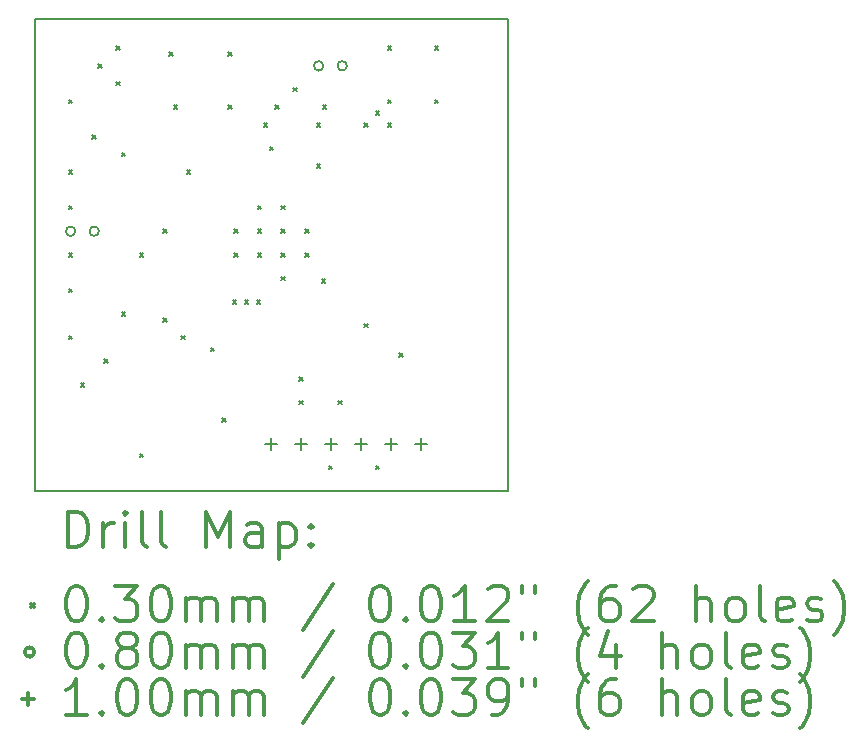
<source format=gbr>
%FSLAX45Y45*%
G04 Gerber Fmt 4.5, Leading zero omitted, Abs format (unit mm)*
G04 Created by KiCad (PCBNEW (5.0.2)-1) date 30/01/2019 15:40:04*
%MOMM*%
%LPD*%
G01*
G04 APERTURE LIST*
%ADD10C,0.150000*%
%ADD11C,0.200000*%
%ADD12C,0.300000*%
G04 APERTURE END LIST*
D10*
X2000000Y-6000000D02*
X2000000Y-2000000D01*
X6000000Y-6000000D02*
X2000000Y-6000000D01*
X6000000Y-2000000D02*
X6000000Y-6000000D01*
X2000000Y-2000000D02*
X6000000Y-2000000D01*
D11*
X2285000Y-2685000D02*
X2315000Y-2715000D01*
X2315000Y-2685000D02*
X2285000Y-2715000D01*
X2285000Y-3285000D02*
X2315000Y-3315000D01*
X2315000Y-3285000D02*
X2285000Y-3315000D01*
X2285000Y-3585000D02*
X2315000Y-3615000D01*
X2315000Y-3585000D02*
X2285000Y-3615000D01*
X2285000Y-3985000D02*
X2315000Y-4015000D01*
X2315000Y-3985000D02*
X2285000Y-4015000D01*
X2285000Y-4285000D02*
X2315000Y-4315000D01*
X2315000Y-4285000D02*
X2285000Y-4315000D01*
X2285000Y-4685000D02*
X2315000Y-4715000D01*
X2315000Y-4685000D02*
X2285000Y-4715000D01*
X2385000Y-5085000D02*
X2415000Y-5115000D01*
X2415000Y-5085000D02*
X2385000Y-5115000D01*
X2485000Y-2985000D02*
X2515000Y-3015000D01*
X2515000Y-2985000D02*
X2485000Y-3015000D01*
X2535000Y-2385000D02*
X2565000Y-2415000D01*
X2565000Y-2385000D02*
X2535000Y-2415000D01*
X2585000Y-4885000D02*
X2615000Y-4915000D01*
X2615000Y-4885000D02*
X2585000Y-4915000D01*
X2685000Y-2235000D02*
X2715000Y-2265000D01*
X2715000Y-2235000D02*
X2685000Y-2265000D01*
X2685000Y-2535000D02*
X2715000Y-2565000D01*
X2715000Y-2535000D02*
X2685000Y-2565000D01*
X2735000Y-3135000D02*
X2765000Y-3165000D01*
X2765000Y-3135000D02*
X2735000Y-3165000D01*
X2735000Y-4485000D02*
X2765000Y-4515000D01*
X2765000Y-4485000D02*
X2735000Y-4515000D01*
X2885000Y-3985000D02*
X2915000Y-4015000D01*
X2915000Y-3985000D02*
X2885000Y-4015000D01*
X2885000Y-5685000D02*
X2915000Y-5715000D01*
X2915000Y-5685000D02*
X2885000Y-5715000D01*
X3085000Y-3785000D02*
X3115000Y-3815000D01*
X3115000Y-3785000D02*
X3085000Y-3815000D01*
X3085000Y-4535000D02*
X3115000Y-4565000D01*
X3115000Y-4535000D02*
X3085000Y-4565000D01*
X3135000Y-2285000D02*
X3165000Y-2315000D01*
X3165000Y-2285000D02*
X3135000Y-2315000D01*
X3175000Y-2735000D02*
X3205000Y-2765000D01*
X3205000Y-2735000D02*
X3175000Y-2765000D01*
X3235000Y-4685000D02*
X3265000Y-4715000D01*
X3265000Y-4685000D02*
X3235000Y-4715000D01*
X3285000Y-3285000D02*
X3315000Y-3315000D01*
X3315000Y-3285000D02*
X3285000Y-3315000D01*
X3485000Y-4785000D02*
X3515000Y-4815000D01*
X3515000Y-4785000D02*
X3485000Y-4815000D01*
X3585000Y-5385000D02*
X3615000Y-5415000D01*
X3615000Y-5385000D02*
X3585000Y-5415000D01*
X3635000Y-2285000D02*
X3665000Y-2315000D01*
X3665000Y-2285000D02*
X3635000Y-2315000D01*
X3635000Y-2735000D02*
X3665000Y-2765000D01*
X3665000Y-2735000D02*
X3635000Y-2765000D01*
X3675000Y-4385000D02*
X3705000Y-4415000D01*
X3705000Y-4385000D02*
X3675000Y-4415000D01*
X3685000Y-3785000D02*
X3715000Y-3815000D01*
X3715000Y-3785000D02*
X3685000Y-3815000D01*
X3685000Y-3985000D02*
X3715000Y-4015000D01*
X3715000Y-3985000D02*
X3685000Y-4015000D01*
X3775000Y-4385000D02*
X3805000Y-4415000D01*
X3805000Y-4385000D02*
X3775000Y-4415000D01*
X3875000Y-4385000D02*
X3905000Y-4415000D01*
X3905000Y-4385000D02*
X3875000Y-4415000D01*
X3885000Y-3585000D02*
X3915000Y-3615000D01*
X3915000Y-3585000D02*
X3885000Y-3615000D01*
X3885000Y-3785000D02*
X3915000Y-3815000D01*
X3915000Y-3785000D02*
X3885000Y-3815000D01*
X3885000Y-3985000D02*
X3915000Y-4015000D01*
X3915000Y-3985000D02*
X3885000Y-4015000D01*
X3935000Y-2885000D02*
X3965000Y-2915000D01*
X3965000Y-2885000D02*
X3935000Y-2915000D01*
X3985000Y-3085000D02*
X4015000Y-3115000D01*
X4015000Y-3085000D02*
X3985000Y-3115000D01*
X4035000Y-2735000D02*
X4065000Y-2765000D01*
X4065000Y-2735000D02*
X4035000Y-2765000D01*
X4085000Y-3585000D02*
X4115000Y-3615000D01*
X4115000Y-3585000D02*
X4085000Y-3615000D01*
X4085000Y-3785000D02*
X4115000Y-3815000D01*
X4115000Y-3785000D02*
X4085000Y-3815000D01*
X4085000Y-3985000D02*
X4115000Y-4015000D01*
X4115000Y-3985000D02*
X4085000Y-4015000D01*
X4085000Y-4185000D02*
X4115000Y-4215000D01*
X4115000Y-4185000D02*
X4085000Y-4215000D01*
X4185000Y-2585000D02*
X4215000Y-2615000D01*
X4215000Y-2585000D02*
X4185000Y-2615000D01*
X4235000Y-5035000D02*
X4265000Y-5065000D01*
X4265000Y-5035000D02*
X4235000Y-5065000D01*
X4235000Y-5235000D02*
X4265000Y-5265000D01*
X4265000Y-5235000D02*
X4235000Y-5265000D01*
X4285000Y-3785000D02*
X4315000Y-3815000D01*
X4315000Y-3785000D02*
X4285000Y-3815000D01*
X4285000Y-3985000D02*
X4315000Y-4015000D01*
X4315000Y-3985000D02*
X4285000Y-4015000D01*
X4385000Y-2885000D02*
X4415000Y-2915000D01*
X4415000Y-2885000D02*
X4385000Y-2915000D01*
X4385000Y-3235000D02*
X4415000Y-3265000D01*
X4415000Y-3235000D02*
X4385000Y-3265000D01*
X4425000Y-4205000D02*
X4455000Y-4235000D01*
X4455000Y-4205000D02*
X4425000Y-4235000D01*
X4435000Y-2735000D02*
X4465000Y-2765000D01*
X4465000Y-2735000D02*
X4435000Y-2765000D01*
X4485000Y-5785000D02*
X4515000Y-5815000D01*
X4515000Y-5785000D02*
X4485000Y-5815000D01*
X4565000Y-5235000D02*
X4595000Y-5265000D01*
X4595000Y-5235000D02*
X4565000Y-5265000D01*
X4785000Y-2885000D02*
X4815000Y-2915000D01*
X4815000Y-2885000D02*
X4785000Y-2915000D01*
X4785000Y-4585000D02*
X4815000Y-4615000D01*
X4815000Y-4585000D02*
X4785000Y-4615000D01*
X4885000Y-2785000D02*
X4915000Y-2815000D01*
X4915000Y-2785000D02*
X4885000Y-2815000D01*
X4885000Y-5785000D02*
X4915000Y-5815000D01*
X4915000Y-5785000D02*
X4885000Y-5815000D01*
X4985000Y-2235000D02*
X5015000Y-2265000D01*
X5015000Y-2235000D02*
X4985000Y-2265000D01*
X4985000Y-2685000D02*
X5015000Y-2715000D01*
X5015000Y-2685000D02*
X4985000Y-2715000D01*
X4985000Y-2885000D02*
X5015000Y-2915000D01*
X5015000Y-2885000D02*
X4985000Y-2915000D01*
X5085000Y-4835000D02*
X5115000Y-4865000D01*
X5115000Y-4835000D02*
X5085000Y-4865000D01*
X5385000Y-2235000D02*
X5415000Y-2265000D01*
X5415000Y-2235000D02*
X5385000Y-2265000D01*
X5385000Y-2685000D02*
X5415000Y-2715000D01*
X5415000Y-2685000D02*
X5385000Y-2715000D01*
X2340000Y-3800000D02*
G75*
G03X2340000Y-3800000I-40000J0D01*
G01*
X2540000Y-3800000D02*
G75*
G03X2540000Y-3800000I-40000J0D01*
G01*
X4440000Y-2400000D02*
G75*
G03X4440000Y-2400000I-40000J0D01*
G01*
X4640000Y-2400000D02*
G75*
G03X4640000Y-2400000I-40000J0D01*
G01*
X4000000Y-5550000D02*
X4000000Y-5650000D01*
X3950000Y-5600000D02*
X4050000Y-5600000D01*
X4254000Y-5550000D02*
X4254000Y-5650000D01*
X4204000Y-5600000D02*
X4304000Y-5600000D01*
X4508000Y-5550000D02*
X4508000Y-5650000D01*
X4458000Y-5600000D02*
X4558000Y-5600000D01*
X4762000Y-5550000D02*
X4762000Y-5650000D01*
X4712000Y-5600000D02*
X4812000Y-5600000D01*
X5016000Y-5550000D02*
X5016000Y-5650000D01*
X4966000Y-5600000D02*
X5066000Y-5600000D01*
X5270000Y-5550000D02*
X5270000Y-5650000D01*
X5220000Y-5600000D02*
X5320000Y-5600000D01*
D12*
X2278928Y-6473214D02*
X2278928Y-6173214D01*
X2350357Y-6173214D01*
X2393214Y-6187500D01*
X2421786Y-6216071D01*
X2436071Y-6244643D01*
X2450357Y-6301786D01*
X2450357Y-6344643D01*
X2436071Y-6401786D01*
X2421786Y-6430357D01*
X2393214Y-6458929D01*
X2350357Y-6473214D01*
X2278928Y-6473214D01*
X2578928Y-6473214D02*
X2578928Y-6273214D01*
X2578928Y-6330357D02*
X2593214Y-6301786D01*
X2607500Y-6287500D01*
X2636071Y-6273214D01*
X2664643Y-6273214D01*
X2764643Y-6473214D02*
X2764643Y-6273214D01*
X2764643Y-6173214D02*
X2750357Y-6187500D01*
X2764643Y-6201786D01*
X2778928Y-6187500D01*
X2764643Y-6173214D01*
X2764643Y-6201786D01*
X2950357Y-6473214D02*
X2921786Y-6458929D01*
X2907500Y-6430357D01*
X2907500Y-6173214D01*
X3107500Y-6473214D02*
X3078928Y-6458929D01*
X3064643Y-6430357D01*
X3064643Y-6173214D01*
X3450357Y-6473214D02*
X3450357Y-6173214D01*
X3550357Y-6387500D01*
X3650357Y-6173214D01*
X3650357Y-6473214D01*
X3921786Y-6473214D02*
X3921786Y-6316071D01*
X3907500Y-6287500D01*
X3878928Y-6273214D01*
X3821786Y-6273214D01*
X3793214Y-6287500D01*
X3921786Y-6458929D02*
X3893214Y-6473214D01*
X3821786Y-6473214D01*
X3793214Y-6458929D01*
X3778928Y-6430357D01*
X3778928Y-6401786D01*
X3793214Y-6373214D01*
X3821786Y-6358929D01*
X3893214Y-6358929D01*
X3921786Y-6344643D01*
X4064643Y-6273214D02*
X4064643Y-6573214D01*
X4064643Y-6287500D02*
X4093214Y-6273214D01*
X4150357Y-6273214D01*
X4178928Y-6287500D01*
X4193214Y-6301786D01*
X4207500Y-6330357D01*
X4207500Y-6416071D01*
X4193214Y-6444643D01*
X4178928Y-6458929D01*
X4150357Y-6473214D01*
X4093214Y-6473214D01*
X4064643Y-6458929D01*
X4336071Y-6444643D02*
X4350357Y-6458929D01*
X4336071Y-6473214D01*
X4321786Y-6458929D01*
X4336071Y-6444643D01*
X4336071Y-6473214D01*
X4336071Y-6287500D02*
X4350357Y-6301786D01*
X4336071Y-6316071D01*
X4321786Y-6301786D01*
X4336071Y-6287500D01*
X4336071Y-6316071D01*
X1962500Y-6952500D02*
X1992500Y-6982500D01*
X1992500Y-6952500D02*
X1962500Y-6982500D01*
X2336071Y-6803214D02*
X2364643Y-6803214D01*
X2393214Y-6817500D01*
X2407500Y-6831786D01*
X2421786Y-6860357D01*
X2436071Y-6917500D01*
X2436071Y-6988929D01*
X2421786Y-7046071D01*
X2407500Y-7074643D01*
X2393214Y-7088929D01*
X2364643Y-7103214D01*
X2336071Y-7103214D01*
X2307500Y-7088929D01*
X2293214Y-7074643D01*
X2278928Y-7046071D01*
X2264643Y-6988929D01*
X2264643Y-6917500D01*
X2278928Y-6860357D01*
X2293214Y-6831786D01*
X2307500Y-6817500D01*
X2336071Y-6803214D01*
X2564643Y-7074643D02*
X2578928Y-7088929D01*
X2564643Y-7103214D01*
X2550357Y-7088929D01*
X2564643Y-7074643D01*
X2564643Y-7103214D01*
X2678928Y-6803214D02*
X2864643Y-6803214D01*
X2764643Y-6917500D01*
X2807500Y-6917500D01*
X2836071Y-6931786D01*
X2850357Y-6946071D01*
X2864643Y-6974643D01*
X2864643Y-7046071D01*
X2850357Y-7074643D01*
X2836071Y-7088929D01*
X2807500Y-7103214D01*
X2721786Y-7103214D01*
X2693214Y-7088929D01*
X2678928Y-7074643D01*
X3050357Y-6803214D02*
X3078928Y-6803214D01*
X3107500Y-6817500D01*
X3121786Y-6831786D01*
X3136071Y-6860357D01*
X3150357Y-6917500D01*
X3150357Y-6988929D01*
X3136071Y-7046071D01*
X3121786Y-7074643D01*
X3107500Y-7088929D01*
X3078928Y-7103214D01*
X3050357Y-7103214D01*
X3021786Y-7088929D01*
X3007500Y-7074643D01*
X2993214Y-7046071D01*
X2978928Y-6988929D01*
X2978928Y-6917500D01*
X2993214Y-6860357D01*
X3007500Y-6831786D01*
X3021786Y-6817500D01*
X3050357Y-6803214D01*
X3278928Y-7103214D02*
X3278928Y-6903214D01*
X3278928Y-6931786D02*
X3293214Y-6917500D01*
X3321786Y-6903214D01*
X3364643Y-6903214D01*
X3393214Y-6917500D01*
X3407500Y-6946071D01*
X3407500Y-7103214D01*
X3407500Y-6946071D02*
X3421786Y-6917500D01*
X3450357Y-6903214D01*
X3493214Y-6903214D01*
X3521786Y-6917500D01*
X3536071Y-6946071D01*
X3536071Y-7103214D01*
X3678928Y-7103214D02*
X3678928Y-6903214D01*
X3678928Y-6931786D02*
X3693214Y-6917500D01*
X3721786Y-6903214D01*
X3764643Y-6903214D01*
X3793214Y-6917500D01*
X3807500Y-6946071D01*
X3807500Y-7103214D01*
X3807500Y-6946071D02*
X3821786Y-6917500D01*
X3850357Y-6903214D01*
X3893214Y-6903214D01*
X3921786Y-6917500D01*
X3936071Y-6946071D01*
X3936071Y-7103214D01*
X4521786Y-6788929D02*
X4264643Y-7174643D01*
X4907500Y-6803214D02*
X4936071Y-6803214D01*
X4964643Y-6817500D01*
X4978928Y-6831786D01*
X4993214Y-6860357D01*
X5007500Y-6917500D01*
X5007500Y-6988929D01*
X4993214Y-7046071D01*
X4978928Y-7074643D01*
X4964643Y-7088929D01*
X4936071Y-7103214D01*
X4907500Y-7103214D01*
X4878928Y-7088929D01*
X4864643Y-7074643D01*
X4850357Y-7046071D01*
X4836071Y-6988929D01*
X4836071Y-6917500D01*
X4850357Y-6860357D01*
X4864643Y-6831786D01*
X4878928Y-6817500D01*
X4907500Y-6803214D01*
X5136071Y-7074643D02*
X5150357Y-7088929D01*
X5136071Y-7103214D01*
X5121786Y-7088929D01*
X5136071Y-7074643D01*
X5136071Y-7103214D01*
X5336071Y-6803214D02*
X5364643Y-6803214D01*
X5393214Y-6817500D01*
X5407500Y-6831786D01*
X5421786Y-6860357D01*
X5436071Y-6917500D01*
X5436071Y-6988929D01*
X5421786Y-7046071D01*
X5407500Y-7074643D01*
X5393214Y-7088929D01*
X5364643Y-7103214D01*
X5336071Y-7103214D01*
X5307500Y-7088929D01*
X5293214Y-7074643D01*
X5278928Y-7046071D01*
X5264643Y-6988929D01*
X5264643Y-6917500D01*
X5278928Y-6860357D01*
X5293214Y-6831786D01*
X5307500Y-6817500D01*
X5336071Y-6803214D01*
X5721786Y-7103214D02*
X5550357Y-7103214D01*
X5636071Y-7103214D02*
X5636071Y-6803214D01*
X5607500Y-6846071D01*
X5578928Y-6874643D01*
X5550357Y-6888929D01*
X5836071Y-6831786D02*
X5850357Y-6817500D01*
X5878928Y-6803214D01*
X5950357Y-6803214D01*
X5978928Y-6817500D01*
X5993214Y-6831786D01*
X6007500Y-6860357D01*
X6007500Y-6888929D01*
X5993214Y-6931786D01*
X5821786Y-7103214D01*
X6007500Y-7103214D01*
X6121786Y-6803214D02*
X6121786Y-6860357D01*
X6236071Y-6803214D02*
X6236071Y-6860357D01*
X6678928Y-7217500D02*
X6664643Y-7203214D01*
X6636071Y-7160357D01*
X6621786Y-7131786D01*
X6607500Y-7088929D01*
X6593214Y-7017500D01*
X6593214Y-6960357D01*
X6607500Y-6888929D01*
X6621786Y-6846071D01*
X6636071Y-6817500D01*
X6664643Y-6774643D01*
X6678928Y-6760357D01*
X6921786Y-6803214D02*
X6864643Y-6803214D01*
X6836071Y-6817500D01*
X6821786Y-6831786D01*
X6793214Y-6874643D01*
X6778928Y-6931786D01*
X6778928Y-7046071D01*
X6793214Y-7074643D01*
X6807500Y-7088929D01*
X6836071Y-7103214D01*
X6893214Y-7103214D01*
X6921786Y-7088929D01*
X6936071Y-7074643D01*
X6950357Y-7046071D01*
X6950357Y-6974643D01*
X6936071Y-6946071D01*
X6921786Y-6931786D01*
X6893214Y-6917500D01*
X6836071Y-6917500D01*
X6807500Y-6931786D01*
X6793214Y-6946071D01*
X6778928Y-6974643D01*
X7064643Y-6831786D02*
X7078928Y-6817500D01*
X7107500Y-6803214D01*
X7178928Y-6803214D01*
X7207500Y-6817500D01*
X7221786Y-6831786D01*
X7236071Y-6860357D01*
X7236071Y-6888929D01*
X7221786Y-6931786D01*
X7050357Y-7103214D01*
X7236071Y-7103214D01*
X7593214Y-7103214D02*
X7593214Y-6803214D01*
X7721786Y-7103214D02*
X7721786Y-6946071D01*
X7707500Y-6917500D01*
X7678928Y-6903214D01*
X7636071Y-6903214D01*
X7607500Y-6917500D01*
X7593214Y-6931786D01*
X7907500Y-7103214D02*
X7878928Y-7088929D01*
X7864643Y-7074643D01*
X7850357Y-7046071D01*
X7850357Y-6960357D01*
X7864643Y-6931786D01*
X7878928Y-6917500D01*
X7907500Y-6903214D01*
X7950357Y-6903214D01*
X7978928Y-6917500D01*
X7993214Y-6931786D01*
X8007500Y-6960357D01*
X8007500Y-7046071D01*
X7993214Y-7074643D01*
X7978928Y-7088929D01*
X7950357Y-7103214D01*
X7907500Y-7103214D01*
X8178928Y-7103214D02*
X8150357Y-7088929D01*
X8136071Y-7060357D01*
X8136071Y-6803214D01*
X8407500Y-7088929D02*
X8378928Y-7103214D01*
X8321786Y-7103214D01*
X8293214Y-7088929D01*
X8278928Y-7060357D01*
X8278928Y-6946071D01*
X8293214Y-6917500D01*
X8321786Y-6903214D01*
X8378928Y-6903214D01*
X8407500Y-6917500D01*
X8421786Y-6946071D01*
X8421786Y-6974643D01*
X8278928Y-7003214D01*
X8536071Y-7088929D02*
X8564643Y-7103214D01*
X8621786Y-7103214D01*
X8650357Y-7088929D01*
X8664643Y-7060357D01*
X8664643Y-7046071D01*
X8650357Y-7017500D01*
X8621786Y-7003214D01*
X8578928Y-7003214D01*
X8550357Y-6988929D01*
X8536071Y-6960357D01*
X8536071Y-6946071D01*
X8550357Y-6917500D01*
X8578928Y-6903214D01*
X8621786Y-6903214D01*
X8650357Y-6917500D01*
X8764643Y-7217500D02*
X8778928Y-7203214D01*
X8807500Y-7160357D01*
X8821786Y-7131786D01*
X8836071Y-7088929D01*
X8850357Y-7017500D01*
X8850357Y-6960357D01*
X8836071Y-6888929D01*
X8821786Y-6846071D01*
X8807500Y-6817500D01*
X8778928Y-6774643D01*
X8764643Y-6760357D01*
X1992500Y-7363500D02*
G75*
G03X1992500Y-7363500I-40000J0D01*
G01*
X2336071Y-7199214D02*
X2364643Y-7199214D01*
X2393214Y-7213500D01*
X2407500Y-7227786D01*
X2421786Y-7256357D01*
X2436071Y-7313500D01*
X2436071Y-7384929D01*
X2421786Y-7442071D01*
X2407500Y-7470643D01*
X2393214Y-7484929D01*
X2364643Y-7499214D01*
X2336071Y-7499214D01*
X2307500Y-7484929D01*
X2293214Y-7470643D01*
X2278928Y-7442071D01*
X2264643Y-7384929D01*
X2264643Y-7313500D01*
X2278928Y-7256357D01*
X2293214Y-7227786D01*
X2307500Y-7213500D01*
X2336071Y-7199214D01*
X2564643Y-7470643D02*
X2578928Y-7484929D01*
X2564643Y-7499214D01*
X2550357Y-7484929D01*
X2564643Y-7470643D01*
X2564643Y-7499214D01*
X2750357Y-7327786D02*
X2721786Y-7313500D01*
X2707500Y-7299214D01*
X2693214Y-7270643D01*
X2693214Y-7256357D01*
X2707500Y-7227786D01*
X2721786Y-7213500D01*
X2750357Y-7199214D01*
X2807500Y-7199214D01*
X2836071Y-7213500D01*
X2850357Y-7227786D01*
X2864643Y-7256357D01*
X2864643Y-7270643D01*
X2850357Y-7299214D01*
X2836071Y-7313500D01*
X2807500Y-7327786D01*
X2750357Y-7327786D01*
X2721786Y-7342071D01*
X2707500Y-7356357D01*
X2693214Y-7384929D01*
X2693214Y-7442071D01*
X2707500Y-7470643D01*
X2721786Y-7484929D01*
X2750357Y-7499214D01*
X2807500Y-7499214D01*
X2836071Y-7484929D01*
X2850357Y-7470643D01*
X2864643Y-7442071D01*
X2864643Y-7384929D01*
X2850357Y-7356357D01*
X2836071Y-7342071D01*
X2807500Y-7327786D01*
X3050357Y-7199214D02*
X3078928Y-7199214D01*
X3107500Y-7213500D01*
X3121786Y-7227786D01*
X3136071Y-7256357D01*
X3150357Y-7313500D01*
X3150357Y-7384929D01*
X3136071Y-7442071D01*
X3121786Y-7470643D01*
X3107500Y-7484929D01*
X3078928Y-7499214D01*
X3050357Y-7499214D01*
X3021786Y-7484929D01*
X3007500Y-7470643D01*
X2993214Y-7442071D01*
X2978928Y-7384929D01*
X2978928Y-7313500D01*
X2993214Y-7256357D01*
X3007500Y-7227786D01*
X3021786Y-7213500D01*
X3050357Y-7199214D01*
X3278928Y-7499214D02*
X3278928Y-7299214D01*
X3278928Y-7327786D02*
X3293214Y-7313500D01*
X3321786Y-7299214D01*
X3364643Y-7299214D01*
X3393214Y-7313500D01*
X3407500Y-7342071D01*
X3407500Y-7499214D01*
X3407500Y-7342071D02*
X3421786Y-7313500D01*
X3450357Y-7299214D01*
X3493214Y-7299214D01*
X3521786Y-7313500D01*
X3536071Y-7342071D01*
X3536071Y-7499214D01*
X3678928Y-7499214D02*
X3678928Y-7299214D01*
X3678928Y-7327786D02*
X3693214Y-7313500D01*
X3721786Y-7299214D01*
X3764643Y-7299214D01*
X3793214Y-7313500D01*
X3807500Y-7342071D01*
X3807500Y-7499214D01*
X3807500Y-7342071D02*
X3821786Y-7313500D01*
X3850357Y-7299214D01*
X3893214Y-7299214D01*
X3921786Y-7313500D01*
X3936071Y-7342071D01*
X3936071Y-7499214D01*
X4521786Y-7184929D02*
X4264643Y-7570643D01*
X4907500Y-7199214D02*
X4936071Y-7199214D01*
X4964643Y-7213500D01*
X4978928Y-7227786D01*
X4993214Y-7256357D01*
X5007500Y-7313500D01*
X5007500Y-7384929D01*
X4993214Y-7442071D01*
X4978928Y-7470643D01*
X4964643Y-7484929D01*
X4936071Y-7499214D01*
X4907500Y-7499214D01*
X4878928Y-7484929D01*
X4864643Y-7470643D01*
X4850357Y-7442071D01*
X4836071Y-7384929D01*
X4836071Y-7313500D01*
X4850357Y-7256357D01*
X4864643Y-7227786D01*
X4878928Y-7213500D01*
X4907500Y-7199214D01*
X5136071Y-7470643D02*
X5150357Y-7484929D01*
X5136071Y-7499214D01*
X5121786Y-7484929D01*
X5136071Y-7470643D01*
X5136071Y-7499214D01*
X5336071Y-7199214D02*
X5364643Y-7199214D01*
X5393214Y-7213500D01*
X5407500Y-7227786D01*
X5421786Y-7256357D01*
X5436071Y-7313500D01*
X5436071Y-7384929D01*
X5421786Y-7442071D01*
X5407500Y-7470643D01*
X5393214Y-7484929D01*
X5364643Y-7499214D01*
X5336071Y-7499214D01*
X5307500Y-7484929D01*
X5293214Y-7470643D01*
X5278928Y-7442071D01*
X5264643Y-7384929D01*
X5264643Y-7313500D01*
X5278928Y-7256357D01*
X5293214Y-7227786D01*
X5307500Y-7213500D01*
X5336071Y-7199214D01*
X5536071Y-7199214D02*
X5721786Y-7199214D01*
X5621786Y-7313500D01*
X5664643Y-7313500D01*
X5693214Y-7327786D01*
X5707500Y-7342071D01*
X5721786Y-7370643D01*
X5721786Y-7442071D01*
X5707500Y-7470643D01*
X5693214Y-7484929D01*
X5664643Y-7499214D01*
X5578928Y-7499214D01*
X5550357Y-7484929D01*
X5536071Y-7470643D01*
X6007500Y-7499214D02*
X5836071Y-7499214D01*
X5921786Y-7499214D02*
X5921786Y-7199214D01*
X5893214Y-7242071D01*
X5864643Y-7270643D01*
X5836071Y-7284929D01*
X6121786Y-7199214D02*
X6121786Y-7256357D01*
X6236071Y-7199214D02*
X6236071Y-7256357D01*
X6678928Y-7613500D02*
X6664643Y-7599214D01*
X6636071Y-7556357D01*
X6621786Y-7527786D01*
X6607500Y-7484929D01*
X6593214Y-7413500D01*
X6593214Y-7356357D01*
X6607500Y-7284929D01*
X6621786Y-7242071D01*
X6636071Y-7213500D01*
X6664643Y-7170643D01*
X6678928Y-7156357D01*
X6921786Y-7299214D02*
X6921786Y-7499214D01*
X6850357Y-7184929D02*
X6778928Y-7399214D01*
X6964643Y-7399214D01*
X7307500Y-7499214D02*
X7307500Y-7199214D01*
X7436071Y-7499214D02*
X7436071Y-7342071D01*
X7421786Y-7313500D01*
X7393214Y-7299214D01*
X7350357Y-7299214D01*
X7321786Y-7313500D01*
X7307500Y-7327786D01*
X7621786Y-7499214D02*
X7593214Y-7484929D01*
X7578928Y-7470643D01*
X7564643Y-7442071D01*
X7564643Y-7356357D01*
X7578928Y-7327786D01*
X7593214Y-7313500D01*
X7621786Y-7299214D01*
X7664643Y-7299214D01*
X7693214Y-7313500D01*
X7707500Y-7327786D01*
X7721786Y-7356357D01*
X7721786Y-7442071D01*
X7707500Y-7470643D01*
X7693214Y-7484929D01*
X7664643Y-7499214D01*
X7621786Y-7499214D01*
X7893214Y-7499214D02*
X7864643Y-7484929D01*
X7850357Y-7456357D01*
X7850357Y-7199214D01*
X8121786Y-7484929D02*
X8093214Y-7499214D01*
X8036071Y-7499214D01*
X8007500Y-7484929D01*
X7993214Y-7456357D01*
X7993214Y-7342071D01*
X8007500Y-7313500D01*
X8036071Y-7299214D01*
X8093214Y-7299214D01*
X8121786Y-7313500D01*
X8136071Y-7342071D01*
X8136071Y-7370643D01*
X7993214Y-7399214D01*
X8250357Y-7484929D02*
X8278928Y-7499214D01*
X8336071Y-7499214D01*
X8364643Y-7484929D01*
X8378928Y-7456357D01*
X8378928Y-7442071D01*
X8364643Y-7413500D01*
X8336071Y-7399214D01*
X8293214Y-7399214D01*
X8264643Y-7384929D01*
X8250357Y-7356357D01*
X8250357Y-7342071D01*
X8264643Y-7313500D01*
X8293214Y-7299214D01*
X8336071Y-7299214D01*
X8364643Y-7313500D01*
X8478928Y-7613500D02*
X8493214Y-7599214D01*
X8521786Y-7556357D01*
X8536071Y-7527786D01*
X8550357Y-7484929D01*
X8564643Y-7413500D01*
X8564643Y-7356357D01*
X8550357Y-7284929D01*
X8536071Y-7242071D01*
X8521786Y-7213500D01*
X8493214Y-7170643D01*
X8478928Y-7156357D01*
X1942500Y-7709500D02*
X1942500Y-7809500D01*
X1892500Y-7759500D02*
X1992500Y-7759500D01*
X2436071Y-7895214D02*
X2264643Y-7895214D01*
X2350357Y-7895214D02*
X2350357Y-7595214D01*
X2321786Y-7638071D01*
X2293214Y-7666643D01*
X2264643Y-7680929D01*
X2564643Y-7866643D02*
X2578928Y-7880929D01*
X2564643Y-7895214D01*
X2550357Y-7880929D01*
X2564643Y-7866643D01*
X2564643Y-7895214D01*
X2764643Y-7595214D02*
X2793214Y-7595214D01*
X2821786Y-7609500D01*
X2836071Y-7623786D01*
X2850357Y-7652357D01*
X2864643Y-7709500D01*
X2864643Y-7780929D01*
X2850357Y-7838071D01*
X2836071Y-7866643D01*
X2821786Y-7880929D01*
X2793214Y-7895214D01*
X2764643Y-7895214D01*
X2736071Y-7880929D01*
X2721786Y-7866643D01*
X2707500Y-7838071D01*
X2693214Y-7780929D01*
X2693214Y-7709500D01*
X2707500Y-7652357D01*
X2721786Y-7623786D01*
X2736071Y-7609500D01*
X2764643Y-7595214D01*
X3050357Y-7595214D02*
X3078928Y-7595214D01*
X3107500Y-7609500D01*
X3121786Y-7623786D01*
X3136071Y-7652357D01*
X3150357Y-7709500D01*
X3150357Y-7780929D01*
X3136071Y-7838071D01*
X3121786Y-7866643D01*
X3107500Y-7880929D01*
X3078928Y-7895214D01*
X3050357Y-7895214D01*
X3021786Y-7880929D01*
X3007500Y-7866643D01*
X2993214Y-7838071D01*
X2978928Y-7780929D01*
X2978928Y-7709500D01*
X2993214Y-7652357D01*
X3007500Y-7623786D01*
X3021786Y-7609500D01*
X3050357Y-7595214D01*
X3278928Y-7895214D02*
X3278928Y-7695214D01*
X3278928Y-7723786D02*
X3293214Y-7709500D01*
X3321786Y-7695214D01*
X3364643Y-7695214D01*
X3393214Y-7709500D01*
X3407500Y-7738071D01*
X3407500Y-7895214D01*
X3407500Y-7738071D02*
X3421786Y-7709500D01*
X3450357Y-7695214D01*
X3493214Y-7695214D01*
X3521786Y-7709500D01*
X3536071Y-7738071D01*
X3536071Y-7895214D01*
X3678928Y-7895214D02*
X3678928Y-7695214D01*
X3678928Y-7723786D02*
X3693214Y-7709500D01*
X3721786Y-7695214D01*
X3764643Y-7695214D01*
X3793214Y-7709500D01*
X3807500Y-7738071D01*
X3807500Y-7895214D01*
X3807500Y-7738071D02*
X3821786Y-7709500D01*
X3850357Y-7695214D01*
X3893214Y-7695214D01*
X3921786Y-7709500D01*
X3936071Y-7738071D01*
X3936071Y-7895214D01*
X4521786Y-7580929D02*
X4264643Y-7966643D01*
X4907500Y-7595214D02*
X4936071Y-7595214D01*
X4964643Y-7609500D01*
X4978928Y-7623786D01*
X4993214Y-7652357D01*
X5007500Y-7709500D01*
X5007500Y-7780929D01*
X4993214Y-7838071D01*
X4978928Y-7866643D01*
X4964643Y-7880929D01*
X4936071Y-7895214D01*
X4907500Y-7895214D01*
X4878928Y-7880929D01*
X4864643Y-7866643D01*
X4850357Y-7838071D01*
X4836071Y-7780929D01*
X4836071Y-7709500D01*
X4850357Y-7652357D01*
X4864643Y-7623786D01*
X4878928Y-7609500D01*
X4907500Y-7595214D01*
X5136071Y-7866643D02*
X5150357Y-7880929D01*
X5136071Y-7895214D01*
X5121786Y-7880929D01*
X5136071Y-7866643D01*
X5136071Y-7895214D01*
X5336071Y-7595214D02*
X5364643Y-7595214D01*
X5393214Y-7609500D01*
X5407500Y-7623786D01*
X5421786Y-7652357D01*
X5436071Y-7709500D01*
X5436071Y-7780929D01*
X5421786Y-7838071D01*
X5407500Y-7866643D01*
X5393214Y-7880929D01*
X5364643Y-7895214D01*
X5336071Y-7895214D01*
X5307500Y-7880929D01*
X5293214Y-7866643D01*
X5278928Y-7838071D01*
X5264643Y-7780929D01*
X5264643Y-7709500D01*
X5278928Y-7652357D01*
X5293214Y-7623786D01*
X5307500Y-7609500D01*
X5336071Y-7595214D01*
X5536071Y-7595214D02*
X5721786Y-7595214D01*
X5621786Y-7709500D01*
X5664643Y-7709500D01*
X5693214Y-7723786D01*
X5707500Y-7738071D01*
X5721786Y-7766643D01*
X5721786Y-7838071D01*
X5707500Y-7866643D01*
X5693214Y-7880929D01*
X5664643Y-7895214D01*
X5578928Y-7895214D01*
X5550357Y-7880929D01*
X5536071Y-7866643D01*
X5864643Y-7895214D02*
X5921786Y-7895214D01*
X5950357Y-7880929D01*
X5964643Y-7866643D01*
X5993214Y-7823786D01*
X6007500Y-7766643D01*
X6007500Y-7652357D01*
X5993214Y-7623786D01*
X5978928Y-7609500D01*
X5950357Y-7595214D01*
X5893214Y-7595214D01*
X5864643Y-7609500D01*
X5850357Y-7623786D01*
X5836071Y-7652357D01*
X5836071Y-7723786D01*
X5850357Y-7752357D01*
X5864643Y-7766643D01*
X5893214Y-7780929D01*
X5950357Y-7780929D01*
X5978928Y-7766643D01*
X5993214Y-7752357D01*
X6007500Y-7723786D01*
X6121786Y-7595214D02*
X6121786Y-7652357D01*
X6236071Y-7595214D02*
X6236071Y-7652357D01*
X6678928Y-8009500D02*
X6664643Y-7995214D01*
X6636071Y-7952357D01*
X6621786Y-7923786D01*
X6607500Y-7880929D01*
X6593214Y-7809500D01*
X6593214Y-7752357D01*
X6607500Y-7680929D01*
X6621786Y-7638071D01*
X6636071Y-7609500D01*
X6664643Y-7566643D01*
X6678928Y-7552357D01*
X6921786Y-7595214D02*
X6864643Y-7595214D01*
X6836071Y-7609500D01*
X6821786Y-7623786D01*
X6793214Y-7666643D01*
X6778928Y-7723786D01*
X6778928Y-7838071D01*
X6793214Y-7866643D01*
X6807500Y-7880929D01*
X6836071Y-7895214D01*
X6893214Y-7895214D01*
X6921786Y-7880929D01*
X6936071Y-7866643D01*
X6950357Y-7838071D01*
X6950357Y-7766643D01*
X6936071Y-7738071D01*
X6921786Y-7723786D01*
X6893214Y-7709500D01*
X6836071Y-7709500D01*
X6807500Y-7723786D01*
X6793214Y-7738071D01*
X6778928Y-7766643D01*
X7307500Y-7895214D02*
X7307500Y-7595214D01*
X7436071Y-7895214D02*
X7436071Y-7738071D01*
X7421786Y-7709500D01*
X7393214Y-7695214D01*
X7350357Y-7695214D01*
X7321786Y-7709500D01*
X7307500Y-7723786D01*
X7621786Y-7895214D02*
X7593214Y-7880929D01*
X7578928Y-7866643D01*
X7564643Y-7838071D01*
X7564643Y-7752357D01*
X7578928Y-7723786D01*
X7593214Y-7709500D01*
X7621786Y-7695214D01*
X7664643Y-7695214D01*
X7693214Y-7709500D01*
X7707500Y-7723786D01*
X7721786Y-7752357D01*
X7721786Y-7838071D01*
X7707500Y-7866643D01*
X7693214Y-7880929D01*
X7664643Y-7895214D01*
X7621786Y-7895214D01*
X7893214Y-7895214D02*
X7864643Y-7880929D01*
X7850357Y-7852357D01*
X7850357Y-7595214D01*
X8121786Y-7880929D02*
X8093214Y-7895214D01*
X8036071Y-7895214D01*
X8007500Y-7880929D01*
X7993214Y-7852357D01*
X7993214Y-7738071D01*
X8007500Y-7709500D01*
X8036071Y-7695214D01*
X8093214Y-7695214D01*
X8121786Y-7709500D01*
X8136071Y-7738071D01*
X8136071Y-7766643D01*
X7993214Y-7795214D01*
X8250357Y-7880929D02*
X8278928Y-7895214D01*
X8336071Y-7895214D01*
X8364643Y-7880929D01*
X8378928Y-7852357D01*
X8378928Y-7838071D01*
X8364643Y-7809500D01*
X8336071Y-7795214D01*
X8293214Y-7795214D01*
X8264643Y-7780929D01*
X8250357Y-7752357D01*
X8250357Y-7738071D01*
X8264643Y-7709500D01*
X8293214Y-7695214D01*
X8336071Y-7695214D01*
X8364643Y-7709500D01*
X8478928Y-8009500D02*
X8493214Y-7995214D01*
X8521786Y-7952357D01*
X8536071Y-7923786D01*
X8550357Y-7880929D01*
X8564643Y-7809500D01*
X8564643Y-7752357D01*
X8550357Y-7680929D01*
X8536071Y-7638071D01*
X8521786Y-7609500D01*
X8493214Y-7566643D01*
X8478928Y-7552357D01*
M02*

</source>
